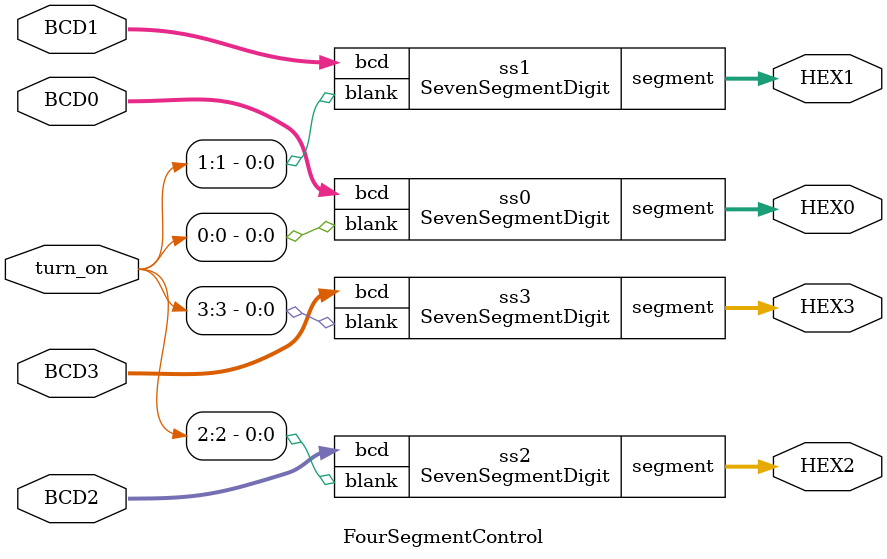
<source format=sv>
`default_nettype none

module clock_div 
  #(parameter DIV=2)
  (input logic clk,   // Clock
  input logic rst_n,  // Asynchronous reset active low

  output logic clk_en
);

  logic [$clog2(DIV) : 0] counter;

  assign clk_en = (counter == 1'b0);

  always_ff @(posedge clk or negedge reset_n) begin
    if(~reset_n) begin
      counter <= DIV - 1;
    end else if(counter == 1'b0) begin
      counter <= DIV - 1; 
    end else begin
      counter <= counter - 1;
    end
  end

endmodule

module MagComp
  #(parameter WIDTH = 8)
  (input logic [WIDTH-1:0] A, B,
   output logic AltB, AeqB, AgtB);
  
  always_comb begin
    AltB = (A < B);
    AeqB = (A == B);
    AgtB = (A > B);
  end

endmodule: MagComp

module Adder
  #(parameter WIDTH = 8)
  (input logic [WIDTH - 1:0] A, B,
   input logic Cin,
   output logic [WIDTH-1:0] S,
   output logic Cout);
 
  assign {Cout, S} = A + B + Cin;

endmodule: Adder

module multiplexer
  #(parameter WIDTH = 8)
  (input logic [WIDTH-1:0] in,
   input logic [$clog2(WIDTH)-1:0] sel,
   output logic out);

  always_comb begin
    out = 1'b0;
    if(sel <= WIDTH-1)
      out = in[sel];
  end

endmodule: multiplexer

module mux2to1
  #(parameter WIDTH = 8)
  (input logic [WIDTH-1:0] in0, in1,
   input logic sel,
   output logic [WIDTH-1:0] out);

  assign out = (sel) ? in1 : in0;

endmodule: mux2to1

module decoder
  #(parameter WIDTH = 8)
  (input logic [$clog2(WIDTH)-1:0] i,
   input logic en,
   output logic [WIDTH-1:0] d);

  always_comb begin
    d = 0;
    if(i <= WIDTH -1)
      d[i] = en;
  end

endmodule: decoder

module register
  #(parameter WIDTH = 6, DEFAULT = 0)
  (input logic [WIDTH-1:0] D,
   input logic clock, reset_n, en, clear,
   output logic [WIDTH-1:0] Q);

  always_ff @(posedge clock, negedge reset_n) begin
    if(~reset_n) begin
        Q <= DEFAULT;
    end
    else if(en) begin 
        if(clear)
            Q<= DEFAULT;
        else
            Q<=D;
    end
  end

endmodule: register

module counter
  #(parameter WIDTH = 8, DEFAULT = 0)
  (input logic [WIDTH-1:0] D,
   input logic en, clr, load, clk, up, reset_n,
   output logic [WIDTH-1:0] Q);

 always_ff @(posedge clk, negedge reset_n) begin
   if(~reset_n)
    Q <= 0;
   else if(en) begin
     if(clr)
       Q <= 0;
     else if(load)
       Q <= D;
     else if(up)
       Q <= Q + 1;
     else if(~up)
       Q <= Q - 1;
   end
 end


endmodule: counter


module shift_register
  #(parameter WIDTH = 8, DEFAULT = 0)
  (input logic [WIDTH-1:0] D, 
   input logic clock, reset_n, en, load, clear, s_in, left,
   output logic [WIDTH-1:0] Q);

  always_ff @(posedge clock, negedge reset_n) begin
    if(~reset_n) begin
        Q <= DEFAULT;
    end
   else if(en) begin
    if(load)
      Q <= D;
    else if(clear)
      Q <= DEFAULT;
    else if(left)
      Q <= {Q[WIDTH-2:0], s_in};
    else
      Q <= {s_in, Q[WIDTH-1:1]};
   end
  end

endmodule: shift_register





module BCDtoSevenSegment
  (input logic [3:0] bcd,
   output logic [6:0] segment);
  
  always_comb begin
    unique case(bcd)
      4'b0000: segment = 7'b1000000;
     4'b0001: segment = 7'b1111001;
     4'b0010: segment = 7'b0100100;
     4'b0011: segment = 7'b0110000;
     4'b0100: segment = 7'b0011001;
     4'b0101: segment = 7'b0010010;
     4'b0110: segment = 7'b0000010;
     4'b0111: segment = 7'b1111000;
     4'b1000: segment = 7'b0000000;
     4'b1001: segment = 7'b0010000;
     4'b1010: segment = 7'b0001000;
     4'b1011: segment = 7'b0000011;
     4'b1100: segment = 7'b1000110;
     4'b1101: segment = 7'b0100001;
     4'b1110: segment = 7'b0000110;
     4'b1111: segment = 7'b0001110;
    endcase
  end

//   logic a,b,c,d;
//
//   assign a = bcd[3];
//   assign b = bcd[2];
//   assign c = bcd[1];
//   assign d = bcd[0];
//
//   assign segment[0] = (~a & ~b & ~c & d) | (~a & ~c & b & ~d);
//   assign segment[1] = (~a & b & ~c & d) | (~a & b & c & ~d);
//   assign segment[2] = (~a & ~b & c & ~d);
//   assign segment[3] = (~a & ~b & ~c & d) | (~a & b & ~c & ~d) | (~a & b & c & d);
//   assign segment[4] = (~a & ~b & ~c & d) | (~a & ~b & c & d) | (~a & b & ~c) | (~a & b & c & d) | (a & ~c & ~b & d);
//   assign segment[5] = (~a & ~b & c) | (~a & ~b & ~c & d) | (~a & b & c & d);
//   assign segment[6] = (~a & ~b & ~c) | (~a & b & c & d);

endmodule: BCDtoSevenSegment

module SevenSegmentDigit
  (input logic [3:0] bcd,
   output logic [6:0] segment,
   input logic    blank);

   logic [6:0] decoded;

   BCDtoSevenSegment b2ss(bcd, decoded);

   always_comb begin
     if(blank) segment = 7'b1111111;
     else segment = decoded;
   end

endmodule: SevenSegmentDigit

module SevenSegmentControl
  (output logic [6:0] HEX7, HEX6, HEX5, HEX4,
   output logic [6:0] HEX3, HEX2, HEX1, HEX0,
   input  logic [3:0] BCD7, BCD6, BCD5, BCD4,
   input  logic [3:0] BCD3, BCD2, BCD1, BCD0,
   input  logic [7:0] turn_on);


   SevenSegmentDigit ss0(BCD0, HEX0, turn_on[7]);
   SevenSegmentDigit ss1(BCD1, HEX1, turn_on[6]);
   SevenSegmentDigit ss2(BCD2, HEX2, turn_on[5]);
   SevenSegmentDigit ss3(BCD3, HEX3, turn_on[4]);
   SevenSegmentDigit ss4(BCD4, HEX4, turn_on[3]);
   SevenSegmentDigit ss5(BCD5, HEX5, turn_on[2]);
   SevenSegmentDigit ss6(BCD6, HEX6, turn_on[1]);
   SevenSegmentDigit ss7(BCD7, HEX7, turn_on[0]);

endmodule: SevenSegmentControl

module FourSegmentControl
  (output logic [6:0] HEX3, HEX2, HEX1, HEX0,
   input  logic [3:0] BCD3, BCD2, BCD1, BCD0,
   input  logic [3:0] turn_on);
  
  SevenSegmentDigit ss0(BCD0, HEX0, turn_on[0]);
   SevenSegmentDigit ss1(BCD1, HEX1, turn_on[1]);
   SevenSegmentDigit ss2(BCD2, HEX2, turn_on[2]);
   SevenSegmentDigit ss3(BCD3, HEX3, turn_on[3]);

endmodule: FourSegmentControl
</source>
